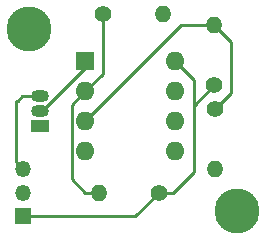
<source format=gbr>
%TF.GenerationSoftware,KiCad,Pcbnew,(7.0.0)*%
%TF.CreationDate,2023-11-14T13:44:42+01:00*%
%TF.ProjectId,LDR,4c44522e-6b69-4636-9164-5f7063625858,rev?*%
%TF.SameCoordinates,Original*%
%TF.FileFunction,Copper,L1,Top*%
%TF.FilePolarity,Positive*%
%FSLAX46Y46*%
G04 Gerber Fmt 4.6, Leading zero omitted, Abs format (unit mm)*
G04 Created by KiCad (PCBNEW (7.0.0)) date 2023-11-14 13:44:42*
%MOMM*%
%LPD*%
G01*
G04 APERTURE LIST*
%TA.AperFunction,ComponentPad*%
%ADD10C,3.800000*%
%TD*%
%TA.AperFunction,ComponentPad*%
%ADD11C,1.400000*%
%TD*%
%TA.AperFunction,ComponentPad*%
%ADD12O,1.400000X1.400000*%
%TD*%
%TA.AperFunction,ComponentPad*%
%ADD13R,1.500000X1.050000*%
%TD*%
%TA.AperFunction,ComponentPad*%
%ADD14O,1.500000X1.050000*%
%TD*%
%TA.AperFunction,ComponentPad*%
%ADD15R,1.600000X1.600000*%
%TD*%
%TA.AperFunction,ComponentPad*%
%ADD16O,1.600000X1.600000*%
%TD*%
%TA.AperFunction,ComponentPad*%
%ADD17R,1.350000X1.350000*%
%TD*%
%TA.AperFunction,ComponentPad*%
%ADD18O,1.350000X1.350000*%
%TD*%
%TA.AperFunction,Conductor*%
%ADD19C,0.250000*%
%TD*%
G04 APERTURE END LIST*
D10*
%TO.P,H1,1,1*%
%TO.N,GND*%
X203250000Y-54900000D03*
%TD*%
D11*
%TO.P,R1,1*%
%TO.N,Net-(U1--A)*%
X209510000Y-53600000D03*
D12*
%TO.P,R1,2*%
%TO.N,GND*%
X214589999Y-53599999D03*
%TD*%
D11*
%TO.P,R2,1*%
%TO.N,+3V3*%
X218950000Y-59640000D03*
D12*
%TO.P,R2,2*%
%TO.N,Net-(U1-+A)*%
X218949999Y-54559999D03*
%TD*%
D11*
%TO.P,R3,1*%
%TO.N,+3V3*%
X214240000Y-68750000D03*
D12*
%TO.P,R3,2*%
%TO.N,Net-(U1--A)*%
X209159999Y-68749999D03*
%TD*%
D11*
%TO.P,R4,1*%
%TO.N,Net-(U1-+A)*%
X219000000Y-61710000D03*
D12*
%TO.P,R4,2*%
%TO.N,GND*%
X218999999Y-66789999D03*
%TD*%
D13*
%TO.P,Q1,1,E*%
%TO.N,GND*%
X204209999Y-63119999D03*
D14*
%TO.P,Q1,2,B*%
%TO.N,Net-(Q1-B)*%
X204209999Y-61849999D03*
%TO.P,Q1,3,C*%
%TO.N,3V3_en*%
X204209999Y-60579999D03*
%TD*%
D10*
%TO.P,H2,1,1*%
%TO.N,GND*%
X220900000Y-70300000D03*
%TD*%
D15*
%TO.P,U1,1,OUT-A*%
%TO.N,Net-(Q1-B)*%
X207999999Y-57649999D03*
D16*
%TO.P,U1,2,-A*%
%TO.N,Net-(U1--A)*%
X207999999Y-60189999D03*
%TO.P,U1,3,+A*%
%TO.N,Net-(U1-+A)*%
X207999999Y-62729999D03*
%TO.P,U1,4,GND*%
%TO.N,GND*%
X207999999Y-65269999D03*
%TO.P,U1,5*%
%TO.N,N/C*%
X215619999Y-65269999D03*
%TO.P,U1,6*%
X215619999Y-62729999D03*
%TO.P,U1,7*%
X215619999Y-60189999D03*
%TO.P,U1,8,V+*%
%TO.N,+3V3*%
X215619999Y-57649999D03*
%TD*%
D17*
%TO.P,J1,1,Pin_1*%
%TO.N,+3V3*%
X202799999Y-70749999D03*
D18*
%TO.P,J1,2,Pin_2*%
%TO.N,GND*%
X202799999Y-68749999D03*
%TO.P,J1,3,Pin_3*%
%TO.N,3V3_en*%
X202799999Y-66749999D03*
%TD*%
D19*
%TO.N,3V3_en*%
X202200000Y-66150000D02*
X202800000Y-66750000D01*
X203965000Y-60600000D02*
X202700000Y-60600000D01*
X202700000Y-60600000D02*
X202300000Y-61000000D01*
X202300000Y-61000000D02*
X202200000Y-61000000D01*
X202200000Y-61000000D02*
X202200000Y-66150000D01*
X204210000Y-60580000D02*
X203985000Y-60580000D01*
X203985000Y-60580000D02*
X203965000Y-60600000D01*
%TO.N,Net-(Q1-B)*%
X204367082Y-61850000D02*
X204210000Y-61850000D01*
X208000000Y-58217082D02*
X204367082Y-61850000D01*
X208000000Y-57650000D02*
X208000000Y-58217082D01*
%TO.N,+3V3*%
X218950000Y-59640000D02*
X217200000Y-61390000D01*
X214240000Y-68750000D02*
X215500000Y-68750000D01*
X217200000Y-61390000D02*
X217200000Y-61800000D01*
X212240000Y-70750000D02*
X214240000Y-68750000D01*
X202800000Y-70750000D02*
X212240000Y-70750000D01*
X217200000Y-67050000D02*
X217200000Y-61800000D01*
X217200000Y-61800000D02*
X217200000Y-59230000D01*
X217200000Y-59230000D02*
X215620000Y-57650000D01*
X215500000Y-68750000D02*
X217200000Y-67050000D01*
%TO.N,Net-(U1--A)*%
X206875000Y-67625000D02*
X206875000Y-61315000D01*
X208000000Y-68750000D02*
X206875000Y-67625000D01*
X209160000Y-68750000D02*
X208000000Y-68750000D01*
X209510000Y-58680000D02*
X208000000Y-60190000D01*
X206875000Y-61315000D02*
X208000000Y-60190000D01*
X209510000Y-53600000D02*
X209510000Y-58680000D01*
%TO.N,Net-(U1-+A)*%
X220400000Y-60310000D02*
X220400000Y-56010000D01*
X216170000Y-54560000D02*
X208000000Y-62730000D01*
X219000000Y-61710000D02*
X220400000Y-60310000D01*
X218950000Y-54560000D02*
X216170000Y-54560000D01*
X220400000Y-56010000D02*
X218950000Y-54560000D01*
%TD*%
M02*

</source>
